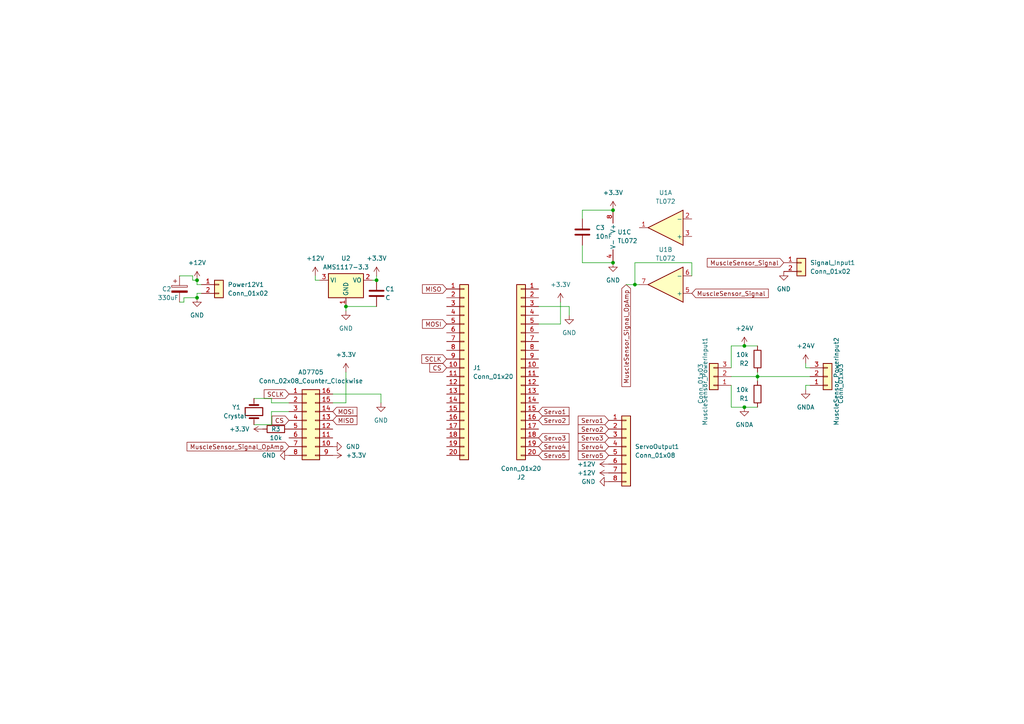
<source format=kicad_sch>
(kicad_sch (version 20230121) (generator eeschema)
  (paper "A4")
  (lib_symbols
    (symbol "Amplifier_Operational:TL072" (pin_names (offset 0.127))
      (property "Reference" "U" (at 0 5.08 0))
      (property "Value" "TL072" (at 0 -5.08 0))
      (symbol "TL072_1_1"
        (polyline (pts (xy -5.08 5.08) (xy 5.08 0) (xy -5.08 -5.08) (xy -5.08 5.08)) (stroke (width 0.254)) (fill (type background)))
        (pin output line (at 7.62 0 180) (length 2.54) (name "~") (number "1"))
        (pin input line (at -7.62 -2.54 0) (length 2.54) (name "-") (number "2"))
        (pin input line (at -7.62 2.54 0) (length 2.54) (name "+") (number "3"))
      )
      (symbol "TL072_2_1"
        (polyline (pts (xy -5.08 5.08) (xy 5.08 0) (xy -5.08 -5.08) (xy -5.08 5.08)) (stroke (width 0.254)) (fill (type background)))
        (pin input line (at -7.62 2.54 0) (length 2.54) (name "+") (number "5"))
        (pin input line (at -7.62 -2.54 0) (length 2.54) (name "-") (number "6"))
        (pin output line (at 7.62 0 180) (length 2.54) (name "~") (number "7"))
      )
      (symbol "TL072_3_1"
        (pin power_in line (at -2.54 -7.62 90) (length 3.81) (name "V-") (number "4"))
        (pin power_in line (at -2.54 7.62 270) (length 3.81) (name "V+") (number "8"))
      )
    )
    (symbol "Connector_Generic:Conn_01x02" (pin_names (offset 1.016) hide)
      (property "Reference" "J" (at 0 2.54 0))
      (property "Value" "Conn_01x02" (at 0 -5.08 0))
      (symbol "Conn_01x02_1_1"
        (rectangle (start -1.27 -2.413) (end 0 -2.667) (stroke (width 0.1524)))
        (rectangle (start -1.27 0.127) (end 0 -0.127) (stroke (width 0.1524)))
        (rectangle (start -1.27 1.27) (end 1.27 -3.81) (stroke (width 0.254)) (fill (type background)))
        (pin passive line (at -5.08 0 0) (length 3.81) (name "Pin_1") (number "1"))
        (pin passive line (at -5.08 -2.54 0) (length 3.81) (name "Pin_2") (number "2"))
      )
    )
    (symbol "Connector_Generic:Conn_01x03" (pin_names (offset 1.016) hide)
      (property "Reference" "J" (at 0 5.08 0))
      (property "Value" "Conn_01x03" (at 0 -5.08 0))
      (symbol "Conn_01x03_1_1"
        (rectangle (start -1.27 -2.413) (end 0 -2.667) (stroke (width 0.1524)))
        (rectangle (start -1.27 0.127) (end 0 -0.127) (stroke (width 0.1524)))
        (rectangle (start -1.27 2.667) (end 0 2.413) (stroke (width 0.1524)))
        (rectangle (start -1.27 3.81) (end 1.27 -3.81) (stroke (width 0.254)) (fill (type background)))
        (pin passive line (at -5.08 2.54 0) (length 3.81) (name "Pin_1") (number "1"))
        (pin passive line (at -5.08 0 0) (length 3.81) (name "Pin_2") (number "2"))
        (pin passive line (at -5.08 -2.54 0) (length 3.81) (name "Pin_3") (number "3"))
      )
    )
    (symbol "Connector_Generic:Conn_01x08" (pin_names (offset 1.016) hide)
      (property "Reference" "J" (at 0 10.16 0))
      (property "Value" "Conn_01x08" (at 0 -12.7 0))
      (symbol "Conn_01x08_1_1"
        (rectangle (start -1.27 -10.033) (end 0 -10.287) (stroke (width 0.1524)))
        (rectangle (start -1.27 -7.493) (end 0 -7.747) (stroke (width 0.1524)))
        (rectangle (start -1.27 -4.953) (end 0 -5.207) (stroke (width 0.1524)))
        (rectangle (start -1.27 -2.413) (end 0 -2.667) (stroke (width 0.1524)))
        (rectangle (start -1.27 0.127) (end 0 -0.127) (stroke (width 0.1524)))
        (rectangle (start -1.27 2.667) (end 0 2.413) (stroke (width 0.1524)))
        (rectangle (start -1.27 5.207) (end 0 4.953) (stroke (width 0.1524)))
        (rectangle (start -1.27 7.747) (end 0 7.493) (stroke (width 0.1524)))
        (rectangle (start -1.27 8.89) (end 1.27 -11.43) (stroke (width 0.254)) (fill (type background)))
        (pin passive line (at -5.08 7.62 0) (length 3.81) (name "Pin_1") (number "1"))
        (pin passive line (at -5.08 5.08 0) (length 3.81) (name "Pin_2") (number "2"))
        (pin passive line (at -5.08 2.54 0) (length 3.81) (name "Pin_3") (number "3"))
        (pin passive line (at -5.08 0 0) (length 3.81) (name "Pin_4") (number "4"))
        (pin passive line (at -5.08 -2.54 0) (length 3.81) (name "Pin_5") (number "5"))
        (pin passive line (at -5.08 -5.08 0) (length 3.81) (name "Pin_6") (number "6"))
        (pin passive line (at -5.08 -7.62 0) (length 3.81) (name "Pin_7") (number "7"))
        (pin passive line (at -5.08 -10.16 0) (length 3.81) (name "Pin_8") (number "8"))
      )
    )
    (symbol "Connector_Generic:Conn_01x20" (pin_names (offset 1.016) hide)
      (property "Reference" "J" (at 0 25.4 0))
      (property "Value" "Conn_01x20" (at 0 -27.94 0))
      (symbol "Conn_01x20_1_1"
        (rectangle (start -1.27 -25.273) (end 0 -25.527) (stroke (width 0.1524)))
        (rectangle (start -1.27 -22.733) (end 0 -22.987) (stroke (width 0.1524)))
        (rectangle (start -1.27 -20.193) (end 0 -20.447) (stroke (width 0.1524)))
        (rectangle (start -1.27 -17.653) (end 0 -17.907) (stroke (width 0.1524)))
        (rectangle (start -1.27 -15.113) (end 0 -15.367) (stroke (width 0.1524)))
        (rectangle (start -1.27 -12.573) (end 0 -12.827) (stroke (width 0.1524)))
        (rectangle (start -1.27 -10.033) (end 0 -10.287) (stroke (width 0.1524)))
        (rectangle (start -1.27 -7.493) (end 0 -7.747) (stroke (width 0.1524)))
        (rectangle (start -1.27 -4.953) (end 0 -5.207) (stroke (width 0.1524)))
        (rectangle (start -1.27 -2.413) (end 0 -2.667) (stroke (width 0.1524)))
        (rectangle (start -1.27 0.127) (end 0 -0.127) (stroke (width 0.1524)))
        (rectangle (start -1.27 2.667) (end 0 2.413) (stroke (width 0.1524)))
        (rectangle (start -1.27 5.207) (end 0 4.953) (stroke (width 0.1524)))
        (rectangle (start -1.27 7.747) (end 0 7.493) (stroke (width 0.1524)))
        (rectangle (start -1.27 10.287) (end 0 10.033) (stroke (width 0.1524)))
        (rectangle (start -1.27 12.827) (end 0 12.573) (stroke (width 0.1524)))
        (rectangle (start -1.27 15.367) (end 0 15.113) (stroke (width 0.1524)))
        (rectangle (start -1.27 17.907) (end 0 17.653) (stroke (width 0.1524)))
        (rectangle (start -1.27 20.447) (end 0 20.193) (stroke (width 0.1524)))
        (rectangle (start -1.27 22.987) (end 0 22.733) (stroke (width 0.1524)))
        (rectangle (start -1.27 24.13) (end 1.27 -26.67) (stroke (width 0.254)) (fill (type background)))
        (pin passive line (at -5.08 22.86 0) (length 3.81) (name "Pin_1") (number "1"))
        (pin passive line (at -5.08 0 0) (length 3.81) (name "Pin_10") (number "10"))
        (pin passive line (at -5.08 -2.54 0) (length 3.81) (name "Pin_11") (number "11"))
        (pin passive line (at -5.08 -5.08 0) (length 3.81) (name "Pin_12") (number "12"))
        (pin passive line (at -5.08 -7.62 0) (length 3.81) (name "Pin_13") (number "13"))
        (pin passive line (at -5.08 -10.16 0) (length 3.81) (name "Pin_14") (number "14"))
        (pin passive line (at -5.08 -12.7 0) (length 3.81) (name "Pin_15") (number "15"))
        (pin passive line (at -5.08 -15.24 0) (length 3.81) (name "Pin_16") (number "16"))
        (pin passive line (at -5.08 -17.78 0) (length 3.81) (name "Pin_17") (number "17"))
        (pin passive line (at -5.08 -20.32 0) (length 3.81) (name "Pin_18") (number "18"))
        (pin passive line (at -5.08 -22.86 0) (length 3.81) (name "Pin_19") (number "19"))
        (pin passive line (at -5.08 20.32 0) (length 3.81) (name "Pin_2") (number "2"))
        (pin passive line (at -5.08 -25.4 0) (length 3.81) (name "Pin_20") (number "20"))
        (pin passive line (at -5.08 17.78 0) (length 3.81) (name "Pin_3") (number "3"))
        (pin passive line (at -5.08 15.24 0) (length 3.81) (name "Pin_4") (number "4"))
        (pin passive line (at -5.08 12.7 0) (length 3.81) (name "Pin_5") (number "5"))
        (pin passive line (at -5.08 10.16 0) (length 3.81) (name "Pin_6") (number "6"))
        (pin passive line (at -5.08 7.62 0) (length 3.81) (name "Pin_7") (number "7"))
        (pin passive line (at -5.08 5.08 0) (length 3.81) (name "Pin_8") (number "8"))
        (pin passive line (at -5.08 2.54 0) (length 3.81) (name "Pin_9") (number "9"))
      )
    )
    (symbol "Connector_Generic:Conn_02x08_Counter_Clockwise" (pin_names (offset 1.016) hide)
      (property "Reference" "J" (at 1.27 10.16 0))
      (property "Value" "Conn_02x08_Counter_Clockwise" (at 1.27 -12.7 0))
      (symbol "Conn_02x08_Counter_Clockwise_1_1"
        (rectangle (start -1.27 -10.033) (end 0 -10.287) (stroke (width 0.1524)))
        (rectangle (start -1.27 -7.493) (end 0 -7.747) (stroke (width 0.1524)))
        (rectangle (start -1.27 -4.953) (end 0 -5.207) (stroke (width 0.1524)))
        (rectangle (start -1.27 -2.413) (end 0 -2.667) (stroke (width 0.1524)))
        (rectangle (start -1.27 0.127) (end 0 -0.127) (stroke (width 0.1524)))
        (rectangle (start -1.27 2.667) (end 0 2.413) (stroke (width 0.1524)))
        (rectangle (start -1.27 5.207) (end 0 4.953) (stroke (width 0.1524)))
        (rectangle (start -1.27 7.747) (end 0 7.493) (stroke (width 0.1524)))
        (rectangle (start -1.27 8.89) (end 3.81 -11.43) (stroke (width 0.254)) (fill (type background)))
        (rectangle (start 3.81 -10.033) (end 2.54 -10.287) (stroke (width 0.1524)))
        (rectangle (start 3.81 -7.493) (end 2.54 -7.747) (stroke (width 0.1524)))
        (rectangle (start 3.81 -4.953) (end 2.54 -5.207) (stroke (width 0.1524)))
        (rectangle (start 3.81 -2.413) (end 2.54 -2.667) (stroke (width 0.1524)))
        (rectangle (start 3.81 0.127) (end 2.54 -0.127) (stroke (width 0.1524)))
        (rectangle (start 3.81 2.667) (end 2.54 2.413) (stroke (width 0.1524)))
        (rectangle (start 3.81 5.207) (end 2.54 4.953) (stroke (width 0.1524)))
        (rectangle (start 3.81 7.747) (end 2.54 7.493) (stroke (width 0.1524)))
        (pin passive line (at -5.08 7.62 0) (length 3.81) (name "Pin_1") (number "1"))
        (pin passive line (at 7.62 -7.62 180) (length 3.81) (name "Pin_10") (number "10"))
        (pin passive line (at 7.62 -5.08 180) (length 3.81) (name "Pin_11") (number "11"))
        (pin passive line (at 7.62 -2.54 180) (length 3.81) (name "Pin_12") (number "12"))
        (pin passive line (at 7.62 0 180) (length 3.81) (name "Pin_13") (number "13"))
        (pin passive line (at 7.62 2.54 180) (length 3.81) (name "Pin_14") (number "14"))
        (pin passive line (at 7.62 5.08 180) (length 3.81) (name "Pin_15") (number "15"))
        (pin passive line (at 7.62 7.62 180) (length 3.81) (name "Pin_16") (number "16"))
        (pin passive line (at -5.08 5.08 0) (length 3.81) (name "Pin_2") (number "2"))
        (pin passive line (at -5.08 2.54 0) (length 3.81) (name "Pin_3") (number "3"))
        (pin passive line (at -5.08 0 0) (length 3.81) (name "Pin_4") (number "4"))
        (pin passive line (at -5.08 -2.54 0) (length 3.81) (name "Pin_5") (number "5"))
        (pin passive line (at -5.08 -5.08 0) (length 3.81) (name "Pin_6") (number "6"))
        (pin passive line (at -5.08 -7.62 0) (length 3.81) (name "Pin_7") (number "7"))
        (pin passive line (at -5.08 -10.16 0) (length 3.81) (name "Pin_8") (number "8"))
        (pin passive line (at 7.62 -10.16 180) (length 3.81) (name "Pin_9") (number "9"))
      )
    )
    (symbol "Device:C" (pin_numbers hide) (pin_names (offset 0.254))
      (property "Reference" "C" (at 0.635 2.54 0))
      (property "Value" "C" (at 0.635 -2.54 0))
      (symbol "C_0_1"
        (polyline (pts (xy -2.032 -0.762) (xy 2.032 -0.762)) (stroke (width 0.508)))
        (polyline (pts (xy -2.032 0.762) (xy 2.032 0.762)) (stroke (width 0.508)))
      )
      (symbol "C_1_1"
        (pin passive line (at 0 3.81 270) (length 2.794) (name "~") (number "1"))
        (pin passive line (at 0 -3.81 90) (length 2.794) (name "~") (number "2"))
      )
    )
    (symbol "Device:C_Polarized" (pin_numbers hide) (pin_names (offset 0.254))
      (property "Reference" "C" (at 0.635 2.54 0))
      (property "Value" "C_Polarized" (at 0.635 -2.54 0))
      (symbol "C_Polarized_0_1"
        (rectangle (start -2.286 0.508) (end 2.286 1.016))
        (polyline (pts (xy -1.778 2.286) (xy -0.762 2.286)))
        (polyline (pts (xy -1.27 2.794) (xy -1.27 1.778)))
        (rectangle (start 2.286 -0.508) (end -2.286 -1.016) (fill (type outline)))
      )
      (symbol "C_Polarized_1_1"
        (pin passive line (at 0 3.81 270) (length 2.794) (name "~") (number "1"))
        (pin passive line (at 0 -3.81 90) (length 2.794) (name "~") (number "2"))
      )
    )
    (symbol "Device:Crystal" (pin_numbers hide) (pin_names (offset 1.016) hide)
      (property "Reference" "Y" (at 0 3.81 0))
      (property "Value" "Crystal" (at 0 -3.81 0))
      (symbol "Crystal_0_1"
        (rectangle (start -1.143 2.54) (end 1.143 -2.54) (stroke (width 0.3048)))
        (polyline (pts (xy -2.54 0) (xy -1.905 0)))
        (polyline (pts (xy -1.905 -1.27) (xy -1.905 1.27)) (stroke (width 0.508)))
        (polyline (pts (xy 1.905 -1.27) (xy 1.905 1.27)) (stroke (width 0.508)))
        (polyline (pts (xy 2.54 0) (xy 1.905 0)))
      )
      (symbol "Crystal_1_1"
        (pin passive line (at -3.81 0 0) (length 1.27) (name "1") (number "1"))
        (pin passive line (at 3.81 0 180) (length 1.27) (name "2") (number "2"))
      )
    )
    (symbol "Device:R" (pin_numbers hide) (pin_names (offset 0))
      (property "Reference" "R" (at 2.032 0 90))
      (property "Value" "R" (at 0 0 90))
      (symbol "R_0_1"
        (rectangle (start -1.016 -2.54) (end 1.016 2.54) (stroke (width 0.254)))
      )
      (symbol "R_1_1"
        (pin passive line (at 0 3.81 270) (length 1.27) (name "~") (number "1"))
        (pin passive line (at 0 -3.81 90) (length 1.27) (name "~") (number "2"))
      )
    )
    (symbol "Regulator_Linear:AMS1117-3.3"
      (property "Reference" "U" (at -3.81 3.175 0))
      (property "Value" "AMS1117-3.3" (at 0 3.175 0))
      (symbol "AMS1117-3.3_0_1"
        (rectangle (start -5.08 -5.08) (end 5.08 1.905) (stroke (width 0.254)) (fill (type background)))
      )
      (symbol "AMS1117-3.3_1_1"
        (pin power_in line (at 0 -7.62 90) (length 2.54) (name "GND") (number "1"))
        (pin power_out line (at 7.62 0 180) (length 2.54) (name "VO") (number "2"))
        (pin power_in line (at -7.62 0 0) (length 2.54) (name "VI") (number "3"))
      )
    )
    (symbol "power:+12V" (power) (pin_names (offset 0))
      (property "Value" "+12V" (at 0 3.556 0))
      (symbol "+12V_0_1"
        (polyline (pts (xy -0.762 1.27) (xy 0 2.54)))
        (polyline (pts (xy 0 0) (xy 0 2.54)))
        (polyline (pts (xy 0 2.54) (xy 0.762 1.27)))
      )
      (symbol "+12V_1_1"
        (pin power_in line (at 0 0 90) (length 0) hide (name "+12V") (number "1"))
      )
    )
    (symbol "power:+24V" (power) (pin_names (offset 0))
      (property "Value" "+24V" (at 0 3.556 0))
      (symbol "+24V_0_1"
        (polyline (pts (xy -0.762 1.27) (xy 0 2.54)))
        (polyline (pts (xy 0 0) (xy 0 2.54)))
        (polyline (pts (xy 0 2.54) (xy 0.762 1.27)))
      )
      (symbol "+24V_1_1"
        (pin power_in line (at 0 0 90) (length 0) hide (name "+24V") (number "1"))
      )
    )
    (symbol "power:+3.3V" (power) (pin_names (offset 0))
      (property "Value" "+3.3V" (at 0 3.556 0))
      (symbol "+3.3V_0_1"
        (polyline (pts (xy -0.762 1.27) (xy 0 2.54)))
        (polyline (pts (xy 0 0) (xy 0 2.54)))
        (polyline (pts (xy 0 2.54) (xy 0.762 1.27)))
      )
      (symbol "+3.3V_1_1"
        (pin power_in line (at 0 0 90) (length 0) hide (name "+3.3V") (number "1"))
      )
    )
    (symbol "power:GND" (power) (pin_names (offset 0))
      (property "Value" "GND" (at 0 -3.81 0))
      (symbol "GND_0_1"
        (polyline (pts (xy 0 0) (xy 0 -1.27) (xy 1.27 -1.27) (xy 0 -2.54) (xy -1.27 -1.27) (xy 0 -1.27)))
      )
      (symbol "GND_1_1"
        (pin power_in line (at 0 0 270) (length 0) hide (name "GND") (number "1"))
      )
    )
    (symbol "power:GNDA" (power) (pin_names (offset 0))
      (property "Value" "GNDA" (at 0 -3.81 0))
      (symbol "GNDA_0_1"
        (polyline (pts (xy 0 0) (xy 0 -1.27) (xy 1.27 -1.27) (xy 0 -2.54) (xy -1.27 -1.27) (xy 0 -1.27)))
      )
      (symbol "GNDA_1_1"
        (pin power_in line (at 0 0 270) (length 0) hide (name "GNDA") (number "1"))
      )
    )
  )
  (junction (at 177.8 76.2))
  (junction (at 184.15 82.55))
  (junction (at 177.8 60.96))
  (junction (at 100.33 88.9))
  (junction (at 57.15 81.28))
  (junction (at 219.71 109.22))
  (junction (at 57.15 86.36))
  (junction (at 215.9 118.11))
  (junction (at 109.22 81.28))
  (junction (at 215.9 100.33))
  (wire (pts (xy 53.34 86.36) (xy 57.15 86.36)))
  (wire (pts (xy 162.56 93.98) (xy 156.21 93.98)))
  (wire (pts (xy 233.68 106.68) (xy 234.95 106.68)))
  (wire (pts (xy 165.1 88.9) (xy 165.1 91.44)))
  (wire (pts (xy 100.33 90.17) (xy 100.33 88.9)))
  (wire (pts (xy 168.91 60.96) (xy 168.91 63.5)))
  (wire (pts (xy 212.09 106.68) (xy 212.09 100.33)))
  (wire (pts (xy 162.56 87.63) (xy 162.56 93.98)))
  (wire (pts (xy 156.21 88.9) (xy 165.1 88.9)))
  (wire (pts (xy 212.09 109.22) (xy 219.71 109.22)))
  (wire (pts (xy 233.68 105.41) (xy 233.68 106.68)))
  (wire (pts (xy 212.09 111.76) (xy 212.09 118.11)))
  (wire (pts (xy 78.74 123.19) (xy 73.66 123.19)))
  (wire (pts (xy 57.15 81.28) (xy 57.15 82.55)))
  (wire (pts (xy 219.71 109.22) (xy 234.95 109.22)))
  (wire (pts (xy 200.66 80.01) (xy 200.66 76.2)))
  (wire (pts (xy 73.66 115.57) (xy 78.74 115.57)))
  (wire (pts (xy 110.49 114.3) (xy 110.49 116.84)))
  (wire (pts (xy 57.15 82.55) (xy 58.42 82.55)))
  (wire (pts (xy 219.71 109.22) (xy 219.71 110.49)))
  (wire (pts (xy 184.15 82.55) (xy 185.42 82.55)))
  (wire (pts (xy 200.66 76.2) (xy 184.15 76.2)))
  (wire (pts (xy 55.88 80.01) (xy 55.88 81.28)))
  (wire (pts (xy 78.74 116.84) (xy 83.82 116.84)))
  (wire (pts (xy 57.15 85.09) (xy 58.42 85.09)))
  (wire (pts (xy 78.74 119.38) (xy 78.74 123.19)))
  (wire (pts (xy 109.22 80.01) (xy 109.22 81.28)))
  (wire (pts (xy 233.68 111.76) (xy 233.68 113.03)))
  (wire (pts (xy 181.61 82.55) (xy 184.15 82.55)))
  (wire (pts (xy 212.09 100.33) (xy 215.9 100.33)))
  (wire (pts (xy 78.74 115.57) (xy 78.74 116.84)))
  (wire (pts (xy 100.33 116.84) (xy 96.52 116.84)))
  (wire (pts (xy 92.71 81.28) (xy 91.44 81.28)))
  (wire (pts (xy 219.71 107.95) (xy 219.71 109.22)))
  (wire (pts (xy 177.8 76.2) (xy 168.91 76.2)))
  (wire (pts (xy 100.33 88.9) (xy 109.22 88.9)))
  (wire (pts (xy 91.44 80.01) (xy 91.44 81.28)))
  (wire (pts (xy 52.07 87.63) (xy 53.34 87.63)))
  (wire (pts (xy 109.22 81.28) (xy 107.95 81.28)))
  (wire (pts (xy 215.9 118.11) (xy 219.71 118.11)))
  (wire (pts (xy 53.34 87.63) (xy 53.34 86.36)))
  (wire (pts (xy 100.33 107.95) (xy 100.33 116.84)))
  (wire (pts (xy 177.8 60.96) (xy 168.91 60.96)))
  (wire (pts (xy 212.09 118.11) (xy 215.9 118.11)))
  (wire (pts (xy 52.07 80.01) (xy 55.88 80.01)))
  (wire (pts (xy 55.88 81.28) (xy 57.15 81.28)))
  (wire (pts (xy 184.15 76.2) (xy 184.15 82.55)))
  (wire (pts (xy 83.82 119.38) (xy 78.74 119.38)))
  (wire (pts (xy 168.91 76.2) (xy 168.91 71.12)))
  (wire (pts (xy 57.15 86.36) (xy 57.15 85.09)))
  (wire (pts (xy 215.9 100.33) (xy 219.71 100.33)))
  (wire (pts (xy 234.95 111.76) (xy 233.68 111.76)))
  (wire (pts (xy 96.52 114.3) (xy 110.49 114.3)))
  (global_label "Servo2" (shape input) (at 156.21 121.92 0) (property "Intersheetrefs" "${INTERSHEET_REFS}" (effects hide)))
  (global_label "Servo4" (shape input) (at 176.53 129.54 180) (property "Intersheetrefs" "${INTERSHEET_REFS}" (effects hide)))
  (global_label "MISO" (shape input) (at 129.54 83.82 180) (property "Intersheetrefs" "${INTERSHEET_REFS}" (effects hide)))
  (global_label "CS" (shape input) (at 83.82 121.92 180) (property "Intersheetrefs" "${INTERSHEET_REFS}" (effects hide)))
  (global_label "MuscleSensor_Signal_OpAmp" (shape input) (at 181.61 82.55 270) (property "Intersheetrefs" "${INTERSHEET_REFS}" (effects hide)))
  (global_label "Servo5" (shape input) (at 156.21 132.08 0) (property "Intersheetrefs" "${INTERSHEET_REFS}" (effects hide)))
  (global_label "Servo1" (shape input) (at 156.21 119.38 0) (property "Intersheetrefs" "${INTERSHEET_REFS}" (effects hide)))
  (global_label "Servo3" (shape input) (at 176.53 127 180) (property "Intersheetrefs" "${INTERSHEET_REFS}" (effects hide)))
  (global_label "MuscleSensor_Signal" (shape input) (at 227.33 76.2 180) (property "Intersheetrefs" "${INTERSHEET_REFS}" (effects hide)))
  (global_label "MuscleSensor_Signal_OpAmp" (shape input) (at 83.82 129.54 180) (property "Intersheetrefs" "${INTERSHEET_REFS}" (effects hide)))
  (global_label "MISO" (shape input) (at 96.52 121.92 0) (property "Intersheetrefs" "${INTERSHEET_REFS}" (effects hide)))
  (global_label "SCLK" (shape input) (at 83.82 114.3 180) (property "Intersheetrefs" "${INTERSHEET_REFS}" (effects hide)))
  (global_label "Servo2" (shape input) (at 176.53 124.46 180) (property "Intersheetrefs" "${INTERSHEET_REFS}" (effects hide)))
  (global_label "MuscleSensor_Signal" (shape input) (at 200.66 85.09 0) (property "Intersheetrefs" "${INTERSHEET_REFS}" (effects hide)))
  (global_label "MOSI" (shape input) (at 96.52 119.38 0) (property "Intersheetrefs" "${INTERSHEET_REFS}" (effects hide)))
  (global_label "Servo5" (shape input) (at 176.53 132.08 180) (property "Intersheetrefs" "${INTERSHEET_REFS}" (effects hide)))
  (global_label "CS" (shape input) (at 129.54 106.68 180) (property "Intersheetrefs" "${INTERSHEET_REFS}" (effects hide)))
  (global_label "Servo4" (shape input) (at 156.21 129.54 0) (property "Intersheetrefs" "${INTERSHEET_REFS}" (effects hide)))
  (global_label "Servo1" (shape input) (at 176.53 121.92 180) (property "Intersheetrefs" "${INTERSHEET_REFS}" (effects hide)))
  (global_label "SCLK" (shape input) (at 129.54 104.14 180) (property "Intersheetrefs" "${INTERSHEET_REFS}" (effects hide)))
  (global_label "Servo3" (shape input) (at 156.21 127 0) (property "Intersheetrefs" "${INTERSHEET_REFS}" (effects hide)))
  (global_label "MOSI" (shape input) (at 129.54 93.98 180) (property "Intersheetrefs" "${INTERSHEET_REFS}" (effects hide)))
  (symbol (lib_id "power:GND") (at 177.8 76.2 0) (unit 1)
    (property "Reference" "#PWR014" (effects hide))
    (property "Value" "GND" (at 177.8 81.28 0))
  )
  (symbol (lib_id "power:+12V") (at 91.44 80.01 0) (unit 1)
    (property "Reference" "#PWR03" (effects hide))
    (property "Value" "+12V" (at 91.44 74.93 0))
  )
  (symbol (lib_id "Connector_Generic:Conn_01x02") (at 232.41 76.2 0) (unit 1)
    (property "Reference" "Signal_Input1" (at 234.95 76.2 0) (effects (justify left)))
    (property "Value" "Conn_01x02" (at 234.95 78.74 0) (effects (justify left)))
    (property "Footprint" "Connector_PinSocket_2.54mm:PinSocket_1x02_P2.54mm_Vertical" (effects hide))
  )
  (symbol (lib_id "power:GND") (at 110.49 116.84 0) (unit 1)
    (property "Reference" "#PWR09" (effects hide))
    (property "Value" "GND" (at 110.49 121.92 0))
  )
  (symbol (lib_id "power:+3.3V") (at 100.33 107.95 0) (unit 1)
    (property "Reference" "#PWR06" (effects hide))
    (property "Value" "+3.3V" (at 100.33 102.87 0))
  )
  (symbol (lib_id "power:+12V") (at 176.53 137.16 90) (unit 1)
    (property "Reference" "#PWR023" (effects hide))
    (property "Value" "+12V" (at 172.72 137.16 90) (effects (justify left)))
  )
  (symbol (lib_id "power:+24V") (at 233.68 105.41 0) (unit 1)
    (property "Reference" "#PWR02" (effects hide))
    (property "Value" "+24V" (at 233.68 100.33 0))
  )
  (symbol (lib_id "power:GND") (at 176.53 139.7 270) (unit 1)
    (property "Reference" "#PWR019" (effects hide))
    (property "Value" "GND" (at 172.72 139.7 90) (effects (justify right)))
  )
  (symbol (lib_id "Device:R") (at 219.71 104.14 180) (unit 1)
    (property "Reference" "R2" (at 217.17 105.41 0) (effects (justify left)))
    (property "Value" "10k" (at 217.17 102.87 0) (effects (justify left)))
    (property "Footprint" "Resistor_THT:R_Axial_DIN0207_L6.3mm_D2.5mm_P7.62mm_Horizontal" (effects hide))
  )
  (symbol (lib_id "Connector_Generic:Conn_01x03") (at 240.03 109.22 0) (mirror x) (unit 1)
    (property "Reference" "MuscleSensor_PowerInput2" (at 242.57 97.79 90) (effects (justify left)))
    (property "Value" "Conn_01x03" (at 243.84 105.41 90) (effects (justify left)))
    (property "Footprint" "Connector_JST:JST_EH_S3B-EH_1x03_P2.50mm_Horizontal" (effects hide))
  )
  (symbol (lib_id "power:GND") (at 165.1 91.44 0) (unit 1)
    (property "Reference" "#PWR08" (effects hide))
    (property "Value" "GND" (at 165.1 96.52 0))
  )
  (symbol (lib_id "Amplifier_Operational:TL072") (at 180.34 68.58 0) (unit 3)
    (property "Reference" "U1" (at 179.07 67.31 0) (effects (justify left)))
    (property "Value" "TL072" (at 179.07 69.85 0) (effects (justify left)))
    (property "Footprint" "Package_DIP:DIP-8_W7.62mm_Socket_LongPads" (effects hide))
    (property "Datasheet" "http://www.ti.com/lit/ds/symlink/tl071.pdf" (effects hide))
  )
  (symbol (lib_id "Device:C") (at 168.91 67.31 0) (unit 1)
    (property "Reference" "C3" (at 172.72 66.04 0) (effects (justify left)))
    (property "Value" "10nF" (at 172.72 68.58 0) (effects (justify left)))
    (property "Footprint" "Capacitor_THT:C_Disc_D5.0mm_W2.5mm_P5.00mm" (effects hide))
  )
  (symbol (lib_id "power:GND") (at 227.33 78.74 0) (unit 1)
    (property "Reference" "#PWR016" (effects hide))
    (property "Value" "GND" (at 227.33 83.82 0))
  )
  (symbol (lib_id "power:+3.3V") (at 162.56 87.63 0) (unit 1)
    (property "Reference" "#PWR07" (effects hide))
    (property "Value" "+3.3V" (at 162.56 82.55 0))
  )
  (symbol (lib_id "Connector_Generic:Conn_01x03") (at 207.01 109.22 180) (unit 1)
    (property "Reference" "MuscleSensor_PowerInput1" (at 204.47 97.79 90) (effects (justify left)))
    (property "Value" "Conn_01x03" (at 203.2 105.41 90) (effects (justify left)))
    (property "Footprint" "Connector_PinSocket_2.54mm:PinSocket_1x03_P2.54mm_Vertical" (effects hide))
  )
  (symbol (lib_id "Regulator_Linear:AMS1117-3.3") (at 100.33 81.28 0) (unit 1)
    (property "Reference" "U2" (at 100.33 74.93 0))
    (property "Value" "AMS1117-3.3" (at 100.33 77.47 0))
    (property "Footprint" "Package_TO_SOT_THT:TO-220-3_Vertical" (effects hide))
    (property "Datasheet" "http://www.advanced-monolithic.com/pdf/ds1117.pdf" (effects hide))
  )
  (symbol (lib_id "power:+12V") (at 57.15 81.28 0) (unit 1)
    (property "Reference" "#PWR01" (effects hide))
    (property "Value" "+12V" (at 57.15 76.2 0))
  )
  (symbol (lib_id "power:+3.3V") (at 96.52 132.08 270) (unit 1)
    (property "Reference" "#PWR012" (effects hide))
    (property "Value" "+3.3V" (at 100.33 132.08 90) (effects (justify left)))
  )
  (symbol (lib_id "power:+3.3V") (at 109.22 80.01 0) (unit 1)
    (property "Reference" "#PWR05" (effects hide))
    (property "Value" "+3.3V" (at 109.22 74.93 0))
  )
  (symbol (lib_id "power:GNDA") (at 233.68 113.03 0) (unit 1)
    (property "Reference" "#PWR020" (effects hide))
    (property "Value" "GNDA" (at 233.68 118.11 0))
  )
  (symbol (lib_id "Device:R") (at 219.71 114.3 180) (unit 1)
    (property "Reference" "R1" (at 217.17 115.57 0) (effects (justify left)))
    (property "Value" "10k" (at 217.17 113.03 0) (effects (justify left)))
    (property "Footprint" "Resistor_THT:R_Axial_DIN0207_L6.3mm_D2.5mm_P7.62mm_Horizontal" (effects hide))
  )
  (symbol (lib_id "power:GND") (at 57.15 86.36 0) (unit 1)
    (property "Reference" "#PWR017" (effects hide))
    (property "Value" "GND" (at 57.15 91.44 0))
  )
  (symbol (lib_id "Connector_Generic:Conn_01x20") (at 151.13 106.68 0) (mirror y) (unit 1)
    (property "Reference" "J2" (at 151.13 138.43 0))
    (property "Value" "Conn_01x20" (at 151.13 135.89 0))
    (property "Footprint" "Connector_PinSocket_2.54mm:PinSocket_1x20_P2.54mm_Vertical" (effects hide))
  )
  (symbol (lib_id "Device:Crystal") (at 73.66 119.38 270) (unit 1)
    (property "Reference" "Y1" (at 67.31 118.11 90) (effects (justify left)))
    (property "Value" "Crystal" (at 64.77 120.65 90) (effects (justify left)))
    (property "Footprint" "Crystal:Crystal_HC49-4H_Vertical" (effects hide))
  )
  (symbol (lib_id "Device:C_Polarized") (at 52.07 83.82 0) (unit 1)
    (property "Reference" "C2" (at 46.99 83.82 0) (effects (justify left)))
    (property "Value" "330uF" (at 45.72 86.36 0) (effects (justify left)))
    (property "Footprint" "Capacitor_THT:CP_Radial_D8.0mm_P3.80mm" (effects hide))
  )
  (symbol (lib_id "Connector_Generic:Conn_01x02") (at 63.5 82.55 0) (unit 1)
    (property "Reference" "Power12V1" (at 66.04 82.55 0) (effects (justify left)))
    (property "Value" "Conn_01x02" (at 66.04 85.09 0) (effects (justify left)))
    (property "Footprint" "Connector_JST:JST_EH_B2B-EH-A_1x02_P2.50mm_Vertical" (effects hide))
  )
  (symbol (lib_id "power:+3.3V") (at 177.8 60.96 0) (unit 1)
    (property "Reference" "#PWR015" (effects hide))
    (property "Value" "+3.3V" (at 177.8 55.88 0))
  )
  (symbol (lib_id "Connector_Generic:Conn_02x08_Counter_Clockwise") (at 88.9 121.92 0) (unit 1)
    (property "Reference" "AD7705" (at 90.17 107.95 0))
    (property "Value" "Conn_02x08_Counter_Clockwise" (at 90.17 110.49 0))
    (property "Footprint" "Package_DIP:DIP-16_W7.62mm_LongPads" (effects hide))
  )
  (symbol (lib_id "power:+24V") (at 215.9 100.33 0) (unit 1)
    (property "Reference" "#PWR021" (effects hide))
    (property "Value" "+24V" (at 215.9 95.25 0))
  )
  (symbol (lib_id "power:GND") (at 100.33 90.17 0) (unit 1)
    (property "Reference" "#PWR04" (effects hide))
    (property "Value" "GND" (at 100.33 95.25 0))
  )
  (symbol (lib_id "power:+3.3V") (at 76.2 124.46 90) (unit 1)
    (property "Reference" "#PWR010" (effects hide))
    (property "Value" "+3.3V" (at 72.39 124.46 90) (effects (justify left)))
  )
  (symbol (lib_id "Device:C") (at 109.22 85.09 180) (unit 1)
    (property "Reference" "C1" (at 111.76 83.82 0) (effects (justify right)))
    (property "Value" "C" (at 111.76 86.36 0) (effects (justify right)))
  )
  (symbol (lib_id "power:GNDA") (at 215.9 118.11 0) (unit 1)
    (property "Reference" "#PWR022" (effects hide))
    (property "Value" "GNDA" (at 215.9 123.19 0))
  )
  (symbol (lib_id "power:GND") (at 96.52 129.54 90) (unit 1)
    (property "Reference" "#PWR011" (effects hide))
    (property "Value" "GND" (at 100.33 129.54 90) (effects (justify right)))
  )
  (symbol (lib_id "Connector_Generic:Conn_01x20") (at 134.62 106.68 0) (unit 1)
    (property "Reference" "J1" (at 137.16 106.68 0) (effects (justify left)))
    (property "Value" "Conn_01x20" (at 137.16 109.22 0) (effects (justify left)))
    (property "Footprint" "Connector_PinSocket_2.54mm:PinSocket_1x20_P2.54mm_Vertical" (effects hide))
  )
  (symbol (lib_id "Amplifier_Operational:TL072") (at 193.04 82.55 180) (unit 2)
    (property "Reference" "U1" (at 193.04 72.39 0))
    (property "Value" "TL072" (at 193.04 74.93 0))
    (property "Footprint" "Package_DIP:DIP-8_W7.62mm_Socket_LongPads" (effects hide))
    (property "Datasheet" "http://www.ti.com/lit/ds/symlink/tl071.pdf" (effects hide))
  )
  (symbol (lib_id "power:+12V") (at 176.53 134.62 90) (unit 1)
    (property "Reference" "#PWR018" (effects hide))
    (property "Value" "+12V" (at 172.72 134.62 90) (effects (justify left)))
  )
  (symbol (lib_id "Connector_Generic:Conn_01x08") (at 181.61 129.54 0) (unit 1)
    (property "Reference" "ServoOutput1" (at 184.15 129.54 0) (effects (justify left)))
    (property "Value" "Conn_01x08" (at 184.15 132.08 0) (effects (justify left)))
    (property "Footprint" "Connector_JST:JST_EH_B8B-EH-A_1x08_P2.50mm_Vertical" (effects hide))
  )
  (symbol (lib_id "power:GND") (at 83.82 132.08 270) (unit 1)
    (property "Reference" "#PWR013" (effects hide))
    (property "Value" "GND" (at 80.01 132.08 90) (effects (justify right)))
  )
  (symbol (lib_id "Device:R") (at 80.01 124.46 90) (unit 1)
    (property "Reference" "R3" (at 80.01 124.46 90))
    (property "Value" "10k" (at 80.01 127 90))
    (property "Footprint" "Resistor_THT:R_Axial_DIN0207_L6.3mm_D2.5mm_P7.62mm_Horizontal" (effects hide))
  )
  (symbol (lib_id "Amplifier_Operational:TL072") (at 193.04 66.04 180) (unit 1)
    (property "Reference" "U1" (at 193.04 55.88 0))
    (property "Value" "TL072" (at 193.04 58.42 0))
    (property "Footprint" "Package_DIP:DIP-8_W7.62mm_Socket_LongPads" (effects hide))
    (property "Datasheet" "http://www.ti.com/lit/ds/symlink/tl071.pdf" (effects hide))
  )
)
</source>
